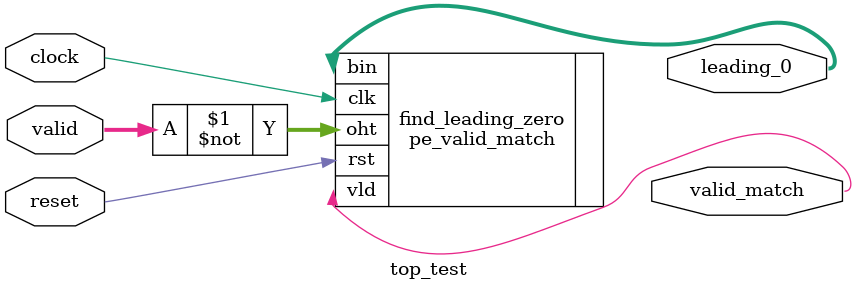
<source format=v>
module top_test(input [511:0] valid, input clock, input reset,output [8:0] leading_0, output valid_match);


pe_valid_match find_leading_zero(.clk(clock), .rst(reset), .oht(~valid),.bin(leading_0),.vld(valid_match));

endmodule
</source>
